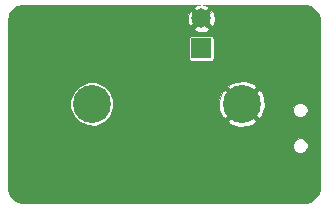
<source format=gbl>
G04 #@! TF.FileFunction,Copper,L2,Bot,Signal*
%FSLAX46Y46*%
G04 Gerber Fmt 4.6, Leading zero omitted, Abs format (unit mm)*
G04 Created by KiCad (PCBNEW 4.0.6) date 07/28/17 12:25:35*
%MOMM*%
%LPD*%
G01*
G04 APERTURE LIST*
%ADD10C,0.100000*%
%ADD11C,3.216000*%
%ADD12R,1.651000X1.651000*%
%ADD13C,1.651000*%
%ADD14C,0.600000*%
%ADD15C,0.025400*%
G04 APERTURE END LIST*
D10*
D11*
X141986000Y-105156000D03*
X154686000Y-105156000D03*
D12*
X151257000Y-100457000D03*
D13*
X151257000Y-97917000D03*
D14*
X148844000Y-112014000D03*
X149860000Y-112014000D03*
X148844000Y-110871000D03*
X147828000Y-112014000D03*
X139700000Y-112141000D03*
X139700000Y-110617000D03*
X140716000Y-112141000D03*
X153162000Y-102616000D03*
X146812000Y-106172000D03*
X145796000Y-106172000D03*
X147701000Y-106172000D03*
X139827000Y-98806000D03*
D15*
G36*
X150892844Y-96815116D02*
X150735348Y-96880353D01*
X150635670Y-97030787D01*
X151257000Y-97652118D01*
X151878330Y-97030787D01*
X151778652Y-96880353D01*
X151425621Y-96782700D01*
X159994128Y-96782700D01*
X160500709Y-96883466D01*
X160908235Y-97155765D01*
X161180534Y-97563291D01*
X161281300Y-98069873D01*
X161281300Y-112242127D01*
X161180534Y-112748709D01*
X160908235Y-113156235D01*
X160500709Y-113428534D01*
X159994128Y-113529300D01*
X136169873Y-113529300D01*
X135663291Y-113428534D01*
X135255765Y-113156235D01*
X134983466Y-112748709D01*
X134882700Y-112242128D01*
X134882700Y-108809339D01*
X159026193Y-108809339D01*
X159119275Y-109034614D01*
X159291480Y-109207119D01*
X159516592Y-109300594D01*
X159760339Y-109300807D01*
X159985614Y-109207725D01*
X160158119Y-109035520D01*
X160251594Y-108810408D01*
X160251807Y-108566661D01*
X160158725Y-108341386D01*
X159986520Y-108168881D01*
X159761408Y-108075406D01*
X159517661Y-108075193D01*
X159292386Y-108168275D01*
X159119881Y-108340480D01*
X159026406Y-108565592D01*
X159026193Y-108809339D01*
X134882700Y-108809339D01*
X134882700Y-105516571D01*
X140164984Y-105516571D01*
X140441585Y-106185997D01*
X140953310Y-106698615D01*
X141622251Y-106976384D01*
X142346571Y-106977016D01*
X143015997Y-106700415D01*
X143105270Y-106611297D01*
X153495585Y-106611297D01*
X153691729Y-106843150D01*
X154413058Y-107095215D01*
X155175940Y-107052052D01*
X155680271Y-106843150D01*
X155876415Y-106611297D01*
X154686000Y-105420882D01*
X153495585Y-106611297D01*
X143105270Y-106611297D01*
X143528615Y-106188690D01*
X143806384Y-105519749D01*
X143806939Y-104883058D01*
X152746785Y-104883058D01*
X152789948Y-105645940D01*
X152998850Y-106150271D01*
X153230703Y-106346415D01*
X154421118Y-105156000D01*
X154950882Y-105156000D01*
X156141297Y-106346415D01*
X156373150Y-106150271D01*
X156500673Y-105785339D01*
X159026193Y-105785339D01*
X159119275Y-106010614D01*
X159291480Y-106183119D01*
X159516592Y-106276594D01*
X159760339Y-106276807D01*
X159985614Y-106183725D01*
X160158119Y-106011520D01*
X160251594Y-105786408D01*
X160251807Y-105542661D01*
X160158725Y-105317386D01*
X159986520Y-105144881D01*
X159761408Y-105051406D01*
X159517661Y-105051193D01*
X159292386Y-105144275D01*
X159119881Y-105316480D01*
X159026406Y-105541592D01*
X159026193Y-105785339D01*
X156500673Y-105785339D01*
X156625215Y-105428942D01*
X156582052Y-104666060D01*
X156373150Y-104161729D01*
X156141297Y-103965585D01*
X154950882Y-105156000D01*
X154421118Y-105156000D01*
X153230703Y-103965585D01*
X152998850Y-104161729D01*
X152746785Y-104883058D01*
X143806939Y-104883058D01*
X143807016Y-104795429D01*
X143530415Y-104126003D01*
X143105856Y-103700703D01*
X153495585Y-103700703D01*
X154686000Y-104891118D01*
X155876415Y-103700703D01*
X155680271Y-103468850D01*
X154958942Y-103216785D01*
X154196060Y-103259948D01*
X153691729Y-103468850D01*
X153495585Y-103700703D01*
X143105856Y-103700703D01*
X143018690Y-103613385D01*
X142349749Y-103335616D01*
X141625429Y-103334984D01*
X140956003Y-103611585D01*
X140443385Y-104123310D01*
X140165616Y-104792251D01*
X140164984Y-105516571D01*
X134882700Y-105516571D01*
X134882700Y-99631500D01*
X150214633Y-99631500D01*
X150214633Y-101282500D01*
X150229464Y-101361322D01*
X150276048Y-101433715D01*
X150347127Y-101482281D01*
X150431500Y-101499367D01*
X152082500Y-101499367D01*
X152161322Y-101484536D01*
X152233715Y-101437952D01*
X152282281Y-101366873D01*
X152299367Y-101282500D01*
X152299367Y-99631500D01*
X152284536Y-99552678D01*
X152237952Y-99480285D01*
X152166873Y-99431719D01*
X152082500Y-99414633D01*
X150431500Y-99414633D01*
X150352678Y-99429464D01*
X150280285Y-99476048D01*
X150231719Y-99547127D01*
X150214633Y-99631500D01*
X134882700Y-99631500D01*
X134882700Y-98803213D01*
X150635670Y-98803213D01*
X150735348Y-98953647D01*
X151171763Y-99074365D01*
X151621156Y-99018884D01*
X151778652Y-98953647D01*
X151878330Y-98803213D01*
X151257000Y-98181882D01*
X150635670Y-98803213D01*
X134882700Y-98803213D01*
X134882700Y-98069872D01*
X134930063Y-97831763D01*
X150099635Y-97831763D01*
X150155116Y-98281156D01*
X150220353Y-98438652D01*
X150370787Y-98538330D01*
X150992118Y-97917000D01*
X151521882Y-97917000D01*
X152143213Y-98538330D01*
X152293647Y-98438652D01*
X152414365Y-98002237D01*
X152358884Y-97552844D01*
X152293647Y-97395348D01*
X152143213Y-97295670D01*
X151521882Y-97917000D01*
X150992118Y-97917000D01*
X150370787Y-97295670D01*
X150220353Y-97395348D01*
X150099635Y-97831763D01*
X134930063Y-97831763D01*
X134983466Y-97563291D01*
X135255765Y-97155765D01*
X135663291Y-96883466D01*
X136169873Y-96782700D01*
X151155412Y-96782700D01*
X150892844Y-96815116D01*
X150892844Y-96815116D01*
G37*
X150892844Y-96815116D02*
X150735348Y-96880353D01*
X150635670Y-97030787D01*
X151257000Y-97652118D01*
X151878330Y-97030787D01*
X151778652Y-96880353D01*
X151425621Y-96782700D01*
X159994128Y-96782700D01*
X160500709Y-96883466D01*
X160908235Y-97155765D01*
X161180534Y-97563291D01*
X161281300Y-98069873D01*
X161281300Y-112242127D01*
X161180534Y-112748709D01*
X160908235Y-113156235D01*
X160500709Y-113428534D01*
X159994128Y-113529300D01*
X136169873Y-113529300D01*
X135663291Y-113428534D01*
X135255765Y-113156235D01*
X134983466Y-112748709D01*
X134882700Y-112242128D01*
X134882700Y-108809339D01*
X159026193Y-108809339D01*
X159119275Y-109034614D01*
X159291480Y-109207119D01*
X159516592Y-109300594D01*
X159760339Y-109300807D01*
X159985614Y-109207725D01*
X160158119Y-109035520D01*
X160251594Y-108810408D01*
X160251807Y-108566661D01*
X160158725Y-108341386D01*
X159986520Y-108168881D01*
X159761408Y-108075406D01*
X159517661Y-108075193D01*
X159292386Y-108168275D01*
X159119881Y-108340480D01*
X159026406Y-108565592D01*
X159026193Y-108809339D01*
X134882700Y-108809339D01*
X134882700Y-105516571D01*
X140164984Y-105516571D01*
X140441585Y-106185997D01*
X140953310Y-106698615D01*
X141622251Y-106976384D01*
X142346571Y-106977016D01*
X143015997Y-106700415D01*
X143105270Y-106611297D01*
X153495585Y-106611297D01*
X153691729Y-106843150D01*
X154413058Y-107095215D01*
X155175940Y-107052052D01*
X155680271Y-106843150D01*
X155876415Y-106611297D01*
X154686000Y-105420882D01*
X153495585Y-106611297D01*
X143105270Y-106611297D01*
X143528615Y-106188690D01*
X143806384Y-105519749D01*
X143806939Y-104883058D01*
X152746785Y-104883058D01*
X152789948Y-105645940D01*
X152998850Y-106150271D01*
X153230703Y-106346415D01*
X154421118Y-105156000D01*
X154950882Y-105156000D01*
X156141297Y-106346415D01*
X156373150Y-106150271D01*
X156500673Y-105785339D01*
X159026193Y-105785339D01*
X159119275Y-106010614D01*
X159291480Y-106183119D01*
X159516592Y-106276594D01*
X159760339Y-106276807D01*
X159985614Y-106183725D01*
X160158119Y-106011520D01*
X160251594Y-105786408D01*
X160251807Y-105542661D01*
X160158725Y-105317386D01*
X159986520Y-105144881D01*
X159761408Y-105051406D01*
X159517661Y-105051193D01*
X159292386Y-105144275D01*
X159119881Y-105316480D01*
X159026406Y-105541592D01*
X159026193Y-105785339D01*
X156500673Y-105785339D01*
X156625215Y-105428942D01*
X156582052Y-104666060D01*
X156373150Y-104161729D01*
X156141297Y-103965585D01*
X154950882Y-105156000D01*
X154421118Y-105156000D01*
X153230703Y-103965585D01*
X152998850Y-104161729D01*
X152746785Y-104883058D01*
X143806939Y-104883058D01*
X143807016Y-104795429D01*
X143530415Y-104126003D01*
X143105856Y-103700703D01*
X153495585Y-103700703D01*
X154686000Y-104891118D01*
X155876415Y-103700703D01*
X155680271Y-103468850D01*
X154958942Y-103216785D01*
X154196060Y-103259948D01*
X153691729Y-103468850D01*
X153495585Y-103700703D01*
X143105856Y-103700703D01*
X143018690Y-103613385D01*
X142349749Y-103335616D01*
X141625429Y-103334984D01*
X140956003Y-103611585D01*
X140443385Y-104123310D01*
X140165616Y-104792251D01*
X140164984Y-105516571D01*
X134882700Y-105516571D01*
X134882700Y-99631500D01*
X150214633Y-99631500D01*
X150214633Y-101282500D01*
X150229464Y-101361322D01*
X150276048Y-101433715D01*
X150347127Y-101482281D01*
X150431500Y-101499367D01*
X152082500Y-101499367D01*
X152161322Y-101484536D01*
X152233715Y-101437952D01*
X152282281Y-101366873D01*
X152299367Y-101282500D01*
X152299367Y-99631500D01*
X152284536Y-99552678D01*
X152237952Y-99480285D01*
X152166873Y-99431719D01*
X152082500Y-99414633D01*
X150431500Y-99414633D01*
X150352678Y-99429464D01*
X150280285Y-99476048D01*
X150231719Y-99547127D01*
X150214633Y-99631500D01*
X134882700Y-99631500D01*
X134882700Y-98803213D01*
X150635670Y-98803213D01*
X150735348Y-98953647D01*
X151171763Y-99074365D01*
X151621156Y-99018884D01*
X151778652Y-98953647D01*
X151878330Y-98803213D01*
X151257000Y-98181882D01*
X150635670Y-98803213D01*
X134882700Y-98803213D01*
X134882700Y-98069872D01*
X134930063Y-97831763D01*
X150099635Y-97831763D01*
X150155116Y-98281156D01*
X150220353Y-98438652D01*
X150370787Y-98538330D01*
X150992118Y-97917000D01*
X151521882Y-97917000D01*
X152143213Y-98538330D01*
X152293647Y-98438652D01*
X152414365Y-98002237D01*
X152358884Y-97552844D01*
X152293647Y-97395348D01*
X152143213Y-97295670D01*
X151521882Y-97917000D01*
X150992118Y-97917000D01*
X150370787Y-97295670D01*
X150220353Y-97395348D01*
X150099635Y-97831763D01*
X134930063Y-97831763D01*
X134983466Y-97563291D01*
X135255765Y-97155765D01*
X135663291Y-96883466D01*
X136169873Y-96782700D01*
X151155412Y-96782700D01*
X150892844Y-96815116D01*
M02*

</source>
